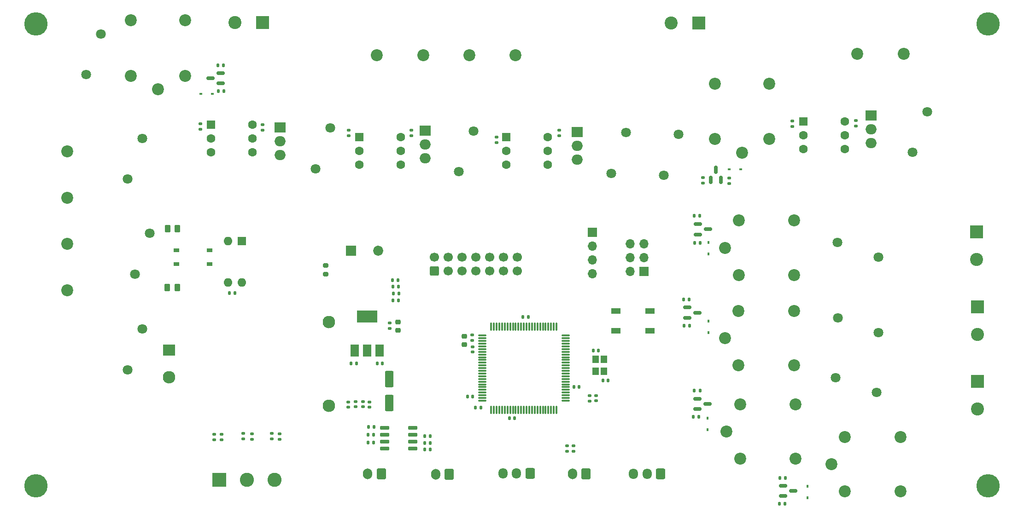
<source format=gbr>
%TF.GenerationSoftware,KiCad,Pcbnew,(6.0.2)*%
%TF.CreationDate,2022-03-02T09:10:54+03:00*%
%TF.ProjectId,Steel_form_Dish_washer PART 1,53746565-6c5f-4666-9f72-6d5f44697368,rev?*%
%TF.SameCoordinates,Original*%
%TF.FileFunction,Soldermask,Top*%
%TF.FilePolarity,Negative*%
%FSLAX46Y46*%
G04 Gerber Fmt 4.6, Leading zero omitted, Abs format (unit mm)*
G04 Created by KiCad (PCBNEW (6.0.2)) date 2022-03-02 09:10:54*
%MOMM*%
%LPD*%
G01*
G04 APERTURE LIST*
G04 Aperture macros list*
%AMRoundRect*
0 Rectangle with rounded corners*
0 $1 Rounding radius*
0 $2 $3 $4 $5 $6 $7 $8 $9 X,Y pos of 4 corners*
0 Add a 4 corners polygon primitive as box body*
4,1,4,$2,$3,$4,$5,$6,$7,$8,$9,$2,$3,0*
0 Add four circle primitives for the rounded corners*
1,1,$1+$1,$2,$3*
1,1,$1+$1,$4,$5*
1,1,$1+$1,$6,$7*
1,1,$1+$1,$8,$9*
0 Add four rect primitives between the rounded corners*
20,1,$1+$1,$2,$3,$4,$5,0*
20,1,$1+$1,$4,$5,$6,$7,0*
20,1,$1+$1,$6,$7,$8,$9,0*
20,1,$1+$1,$8,$9,$2,$3,0*%
G04 Aperture macros list end*
%ADD10RoundRect,0.135000X0.185000X-0.135000X0.185000X0.135000X-0.185000X0.135000X-0.185000X-0.135000X0*%
%ADD11R,2.400000X2.400000*%
%ADD12C,2.400000*%
%ADD13C,1.800000*%
%ADD14C,2.200000*%
%ADD15RoundRect,0.150000X-0.587500X-0.150000X0.587500X-0.150000X0.587500X0.150000X-0.587500X0.150000X0*%
%ADD16RoundRect,0.140000X-0.140000X-0.170000X0.140000X-0.170000X0.140000X0.170000X-0.140000X0.170000X0*%
%ADD17RoundRect,0.140000X0.170000X-0.140000X0.170000X0.140000X-0.170000X0.140000X-0.170000X-0.140000X0*%
%ADD18R,1.700000X1.700000*%
%ADD19O,1.700000X1.700000*%
%ADD20R,1.600000X1.600000*%
%ADD21C,1.600000*%
%ADD22RoundRect,0.135000X-0.185000X0.135000X-0.185000X-0.135000X0.185000X-0.135000X0.185000X0.135000X0*%
%ADD23RoundRect,0.250000X0.600000X-0.600000X0.600000X0.600000X-0.600000X0.600000X-0.600000X-0.600000X0*%
%ADD24C,1.700000*%
%ADD25R,2.000000X1.905000*%
%ADD26O,2.000000X1.905000*%
%ADD27RoundRect,0.135000X0.135000X0.185000X-0.135000X0.185000X-0.135000X-0.185000X0.135000X-0.185000X0*%
%ADD28RoundRect,0.250000X0.600000X0.750000X-0.600000X0.750000X-0.600000X-0.750000X0.600000X-0.750000X0*%
%ADD29O,1.700000X2.000000*%
%ADD30RoundRect,0.140000X-0.170000X0.140000X-0.170000X-0.140000X0.170000X-0.140000X0.170000X0.140000X0*%
%ADD31R,2.300000X2.000000*%
%ADD32C,2.300000*%
%ADD33RoundRect,0.135000X-0.135000X-0.185000X0.135000X-0.185000X0.135000X0.185000X-0.135000X0.185000X0*%
%ADD34O,1.600000X1.600000*%
%ADD35RoundRect,0.250000X0.550000X-1.250000X0.550000X1.250000X-0.550000X1.250000X-0.550000X-1.250000X0*%
%ADD36RoundRect,0.200000X0.275000X-0.200000X0.275000X0.200000X-0.275000X0.200000X-0.275000X-0.200000X0*%
%ADD37RoundRect,0.218750X0.256250X-0.218750X0.256250X0.218750X-0.256250X0.218750X-0.256250X-0.218750X0*%
%ADD38R,1.000000X0.800000*%
%ADD39RoundRect,0.140000X0.140000X0.170000X-0.140000X0.170000X-0.140000X-0.170000X0.140000X-0.170000X0*%
%ADD40RoundRect,0.250000X0.600000X0.725000X-0.600000X0.725000X-0.600000X-0.725000X0.600000X-0.725000X0*%
%ADD41O,1.700000X1.950000*%
%ADD42RoundRect,0.150000X0.587500X0.150000X-0.587500X0.150000X-0.587500X-0.150000X0.587500X-0.150000X0*%
%ADD43RoundRect,0.150000X0.725000X0.150000X-0.725000X0.150000X-0.725000X-0.150000X0.725000X-0.150000X0*%
%ADD44C,4.300000*%
%ADD45RoundRect,0.150000X0.150000X-0.587500X0.150000X0.587500X-0.150000X0.587500X-0.150000X-0.587500X0*%
%ADD46RoundRect,0.250000X-0.262500X-0.450000X0.262500X-0.450000X0.262500X0.450000X-0.262500X0.450000X0*%
%ADD47R,1.800000X1.100000*%
%ADD48R,0.450000X0.600000*%
%ADD49RoundRect,0.075000X0.075000X-0.662500X0.075000X0.662500X-0.075000X0.662500X-0.075000X-0.662500X0*%
%ADD50RoundRect,0.075000X0.662500X-0.075000X0.662500X0.075000X-0.662500X0.075000X-0.662500X-0.075000X0*%
%ADD51R,0.600000X0.450000*%
%ADD52R,1.500000X2.200000*%
%ADD53R,3.800000X2.200000*%
%ADD54R,1.850000X1.850000*%
%ADD55C,1.850000*%
%ADD56R,1.200000X1.400000*%
%ADD57R,2.600000X2.600000*%
%ADD58C,2.600000*%
G04 APERTURE END LIST*
D10*
%TO.C,R10*%
X229450000Y-132150000D03*
X229450000Y-131130000D03*
%TD*%
D11*
%TO.C,J9*%
X300550000Y-100965000D03*
D12*
X300550000Y-106045000D03*
%TD*%
D13*
%TO.C,RV10*%
X245750000Y-83050000D03*
X243050000Y-90550000D03*
%TD*%
D14*
%TO.C,K2*%
X256825000Y-125500000D03*
X256825000Y-115500000D03*
X267025000Y-125500000D03*
X254325000Y-120500000D03*
X267025000Y-115500000D03*
%TD*%
D15*
%TO.C,Q3*%
X249212500Y-131700000D03*
X249212500Y-133600000D03*
X251087500Y-132650000D03*
%TD*%
D16*
%TO.C,C12*%
X226570000Y-129550000D03*
X227530000Y-129550000D03*
%TD*%
D13*
%TO.C,RV5*%
X282550000Y-119550000D03*
X275050000Y-116850000D03*
%TD*%
D17*
%TO.C,C5*%
X187750000Y-133180000D03*
X187750000Y-132220000D03*
%TD*%
D18*
%TO.C,J7*%
X229955000Y-101040000D03*
D19*
X229955000Y-103580000D03*
X229955000Y-106120000D03*
X229955000Y-108660000D03*
%TD*%
D10*
%TO.C,R30*%
X167350000Y-139160000D03*
X167350000Y-138140000D03*
%TD*%
D11*
%TO.C,J16*%
X169300000Y-62450000D03*
D12*
X164220000Y-62450000D03*
%TD*%
D13*
%TO.C,RV2*%
X145850000Y-108750000D03*
X148550000Y-101250000D03*
%TD*%
D20*
%TO.C,U8*%
X268690000Y-80695000D03*
D21*
X268690000Y-83235000D03*
X268690000Y-85775000D03*
X276310000Y-85775000D03*
X276310000Y-83235000D03*
X276310000Y-80695000D03*
%TD*%
D22*
%TO.C,R32*%
X212350000Y-83550000D03*
X212350000Y-84570000D03*
%TD*%
D17*
%TO.C,C4*%
X186400000Y-133190000D03*
X186400000Y-132230000D03*
%TD*%
D14*
%TO.C,K6*%
X155100000Y-72250000D03*
X145100000Y-72250000D03*
X155100000Y-62050000D03*
X150100000Y-74750000D03*
X145100000Y-62050000D03*
%TD*%
D13*
%TO.C,RV7*%
X236100000Y-82700000D03*
X233400000Y-90200000D03*
%TD*%
D23*
%TO.C,J5*%
X200880000Y-108202500D03*
D24*
X200880000Y-105662500D03*
X203420000Y-108202500D03*
X203420000Y-105662500D03*
X205960000Y-108202500D03*
X205960000Y-105662500D03*
X208500000Y-108202500D03*
X208500000Y-105662500D03*
X211040000Y-108202500D03*
X211040000Y-105662500D03*
X213580000Y-108202500D03*
X213580000Y-105662500D03*
X216120000Y-108202500D03*
X216120000Y-105662500D03*
%TD*%
D25*
%TO.C,D13*%
X281150000Y-79560000D03*
D26*
X281150000Y-82100000D03*
X281150000Y-84640000D03*
%TD*%
D27*
%TO.C,R4*%
X200130000Y-139850000D03*
X199110000Y-139850000D03*
%TD*%
D28*
%TO.C,J3*%
X203650000Y-145567500D03*
D29*
X201150000Y-145567500D03*
%TD*%
D30*
%TO.C,C16*%
X207950000Y-122120000D03*
X207950000Y-123080000D03*
%TD*%
D31*
%TO.C,PS1*%
X152137500Y-122750000D03*
D32*
X152137500Y-127750000D03*
X181537500Y-117550000D03*
X181537500Y-132950000D03*
%TD*%
D33*
%TO.C,R15*%
X193250000Y-111050000D03*
X194270000Y-111050000D03*
%TD*%
%TO.C,R3*%
X188770000Y-136900000D03*
X189790000Y-136900000D03*
%TD*%
D11*
%TO.C,J10*%
X300700000Y-128500000D03*
D12*
X300700000Y-133580000D03*
%TD*%
D33*
%TO.C,R39*%
X264340000Y-151050000D03*
X265360000Y-151050000D03*
%TD*%
D10*
%TO.C,R34*%
X185150000Y-83260000D03*
X185150000Y-82240000D03*
%TD*%
%TO.C,R11*%
X207850000Y-120960000D03*
X207850000Y-119940000D03*
%TD*%
D22*
%TO.C,R28*%
X171050000Y-138090000D03*
X171050000Y-139110000D03*
%TD*%
D27*
%TO.C,R43*%
X162160000Y-70300000D03*
X161140000Y-70300000D03*
%TD*%
D28*
%TO.C,J4*%
X228800000Y-145517500D03*
D29*
X226300000Y-145517500D03*
%TD*%
D20*
%TO.C,U4*%
X165550000Y-102700000D03*
D34*
X163010000Y-102700000D03*
X163010000Y-110320000D03*
X165550000Y-110320000D03*
%TD*%
D10*
%TO.C,R40*%
X250300000Y-92020000D03*
X250300000Y-91000000D03*
%TD*%
D35*
%TO.C,C7*%
X192650000Y-132500000D03*
X192650000Y-128100000D03*
%TD*%
D14*
%TO.C,K5*%
X262500000Y-83875000D03*
X252500000Y-83875000D03*
X262500000Y-73675000D03*
X257500000Y-86375000D03*
X252500000Y-73675000D03*
%TD*%
D13*
%TO.C,RV6*%
X282170000Y-130500000D03*
X274670000Y-127800000D03*
%TD*%
D33*
%TO.C,R41*%
X161190000Y-75050000D03*
X162210000Y-75050000D03*
%TD*%
D17*
%TO.C,C3*%
X185050000Y-133230000D03*
X185050000Y-132270000D03*
%TD*%
D10*
%TO.C,R31*%
X172500000Y-139160000D03*
X172500000Y-138140000D03*
%TD*%
D13*
%TO.C,RV11*%
X139625000Y-64550000D03*
X136925000Y-72050000D03*
%TD*%
D25*
%TO.C,D7*%
X227165000Y-82605000D03*
D26*
X227165000Y-85145000D03*
X227165000Y-87685000D03*
%TD*%
D33*
%TO.C,R23*%
X248750000Y-103000000D03*
X249770000Y-103000000D03*
%TD*%
D15*
%TO.C,Q2*%
X247372500Y-114900000D03*
X247372500Y-116800000D03*
X249247500Y-115850000D03*
%TD*%
D36*
%TO.C,R18*%
X180900000Y-108800000D03*
X180900000Y-107150000D03*
%TD*%
D37*
%TO.C,D2*%
X206450000Y-121755000D03*
X206450000Y-120180000D03*
%TD*%
D13*
%TO.C,RV8*%
X181800000Y-81840000D03*
X179100000Y-89340000D03*
%TD*%
D38*
%TO.C,D3*%
X153475000Y-104380000D03*
X153475000Y-106920000D03*
X159625000Y-106920000D03*
X159625000Y-104380000D03*
%TD*%
D33*
%TO.C,R21*%
X246740000Y-113400000D03*
X247760000Y-113400000D03*
%TD*%
%TO.C,R38*%
X264440000Y-146300000D03*
X265460000Y-146300000D03*
%TD*%
D39*
%TO.C,C8*%
X232830000Y-128300000D03*
X231870000Y-128300000D03*
%TD*%
D14*
%TO.C,K1*%
X256850000Y-108900000D03*
X256850000Y-98900000D03*
X267050000Y-108900000D03*
X254350000Y-103900000D03*
X267050000Y-98900000D03*
%TD*%
D39*
%TO.C,C14*%
X218150000Y-116650000D03*
X217190000Y-116650000D03*
%TD*%
D27*
%TO.C,R22*%
X249720000Y-130200000D03*
X248700000Y-130200000D03*
%TD*%
D22*
%TO.C,R8*%
X225250000Y-140340000D03*
X225250000Y-141360000D03*
%TD*%
D15*
%TO.C,Q1*%
X249312500Y-99550000D03*
X249312500Y-101450000D03*
X251187500Y-100500000D03*
%TD*%
D22*
%TO.C,R35*%
X223850000Y-82260000D03*
X223850000Y-83280000D03*
%TD*%
D33*
%TO.C,R5*%
X199090000Y-141050000D03*
X200110000Y-141050000D03*
%TD*%
D13*
%TO.C,RV1*%
X147200000Y-83750000D03*
X144500000Y-91250000D03*
%TD*%
D16*
%TO.C,C9*%
X230090000Y-122800000D03*
X231050000Y-122800000D03*
%TD*%
D40*
%TO.C,J14*%
X218500000Y-145400000D03*
D41*
X216000000Y-145400000D03*
X213500000Y-145400000D03*
%TD*%
D14*
%TO.C,K4*%
X276350000Y-148700000D03*
X276350000Y-138700000D03*
X286550000Y-148700000D03*
X273850000Y-143700000D03*
X286550000Y-138700000D03*
%TD*%
D42*
%TO.C,Q6*%
X161627500Y-73650000D03*
X161627500Y-71750000D03*
X159752500Y-72700000D03*
%TD*%
D22*
%TO.C,R44*%
X266700000Y-80600000D03*
X266700000Y-81620000D03*
%TD*%
D30*
%TO.C,C11*%
X230600000Y-131130000D03*
X230600000Y-132090000D03*
%TD*%
D20*
%TO.C,U6*%
X159850000Y-81240000D03*
D21*
X159850000Y-83780000D03*
X159850000Y-86320000D03*
X167470000Y-86320000D03*
X167470000Y-83780000D03*
X167470000Y-81240000D03*
%TD*%
D14*
%TO.C,J17*%
X287150000Y-68200000D03*
X278650000Y-68200000D03*
%TD*%
D10*
%TO.C,R42*%
X255100000Y-92060000D03*
X255100000Y-91040000D03*
%TD*%
D25*
%TO.C,D8*%
X172555000Y-81800000D03*
D26*
X172555000Y-84340000D03*
X172555000Y-86880000D03*
%TD*%
D27*
%TO.C,R19*%
X164260000Y-112250000D03*
X163240000Y-112250000D03*
%TD*%
%TO.C,R6*%
X200180000Y-138550000D03*
X199160000Y-138550000D03*
%TD*%
D33*
%TO.C,R24*%
X246830000Y-118250000D03*
X247850000Y-118250000D03*
%TD*%
D39*
%TO.C,C1*%
X191330000Y-125150000D03*
X190370000Y-125150000D03*
%TD*%
D43*
%TO.C,U1*%
X196945000Y-140855000D03*
X196945000Y-139585000D03*
X196945000Y-138315000D03*
X196945000Y-137045000D03*
X191795000Y-137045000D03*
X191795000Y-138315000D03*
X191795000Y-139585000D03*
X191795000Y-140855000D03*
%TD*%
D44*
%TO.C,H3*%
X302700000Y-62750000D03*
%TD*%
D13*
%TO.C,RV12*%
X291500000Y-78850000D03*
X288800000Y-86350000D03*
%TD*%
D18*
%TO.C,J6*%
X239425000Y-108275000D03*
D19*
X236885000Y-108275000D03*
X239425000Y-105735000D03*
X236885000Y-105735000D03*
X239425000Y-103195000D03*
X236885000Y-103195000D03*
%TD*%
D33*
%TO.C,R12*%
X193340000Y-112300000D03*
X194360000Y-112300000D03*
%TD*%
%TO.C,R25*%
X248450000Y-135050000D03*
X249470000Y-135050000D03*
%TD*%
D45*
%TO.C,Q5*%
X251700000Y-91437500D03*
X253600000Y-91437500D03*
X252650000Y-89562500D03*
%TD*%
D46*
%TO.C,R17*%
X151875000Y-100350000D03*
X153700000Y-100350000D03*
%TD*%
D20*
%TO.C,U7*%
X187140000Y-83525000D03*
D21*
X187140000Y-86065000D03*
X187140000Y-88605000D03*
X194760000Y-88605000D03*
X194760000Y-86065000D03*
X194760000Y-83525000D03*
%TD*%
D47*
%TO.C,SW1*%
X234300000Y-115500000D03*
X234300000Y-119200000D03*
X240500000Y-119200000D03*
X240500000Y-115500000D03*
%TD*%
D14*
%TO.C,K3*%
X257125000Y-142700000D03*
X257125000Y-132700000D03*
X267325000Y-142700000D03*
X254625000Y-137700000D03*
X267325000Y-132700000D03*
%TD*%
D44*
%TO.C,H4*%
X127700000Y-147750000D03*
%TD*%
D39*
%TO.C,C15*%
X209430000Y-133300000D03*
X208470000Y-133300000D03*
%TD*%
%TO.C,C2*%
X186580000Y-125200000D03*
X185620000Y-125200000D03*
%TD*%
D33*
%TO.C,R13*%
X193320000Y-113600000D03*
X194340000Y-113600000D03*
%TD*%
D11*
%TO.C,J11*%
X300700000Y-114815000D03*
D12*
X300700000Y-119895000D03*
%TD*%
D33*
%TO.C,R1*%
X188700000Y-138350000D03*
X189720000Y-138350000D03*
%TD*%
D44*
%TO.C,H2*%
X302700000Y-147750000D03*
%TD*%
D48*
%TO.C,D10*%
X269450000Y-147800000D03*
X269450000Y-149900000D03*
%TD*%
D44*
%TO.C,H1*%
X127700000Y-62750000D03*
%TD*%
D46*
%TO.C,R16*%
X151825000Y-111250000D03*
X153650000Y-111250000D03*
%TD*%
D28*
%TO.C,J1*%
X191150000Y-145517500D03*
D29*
X188650000Y-145517500D03*
%TD*%
D10*
%TO.C,R45*%
X278350000Y-81500000D03*
X278350000Y-80480000D03*
%TD*%
D14*
%TO.C,J12*%
X215850000Y-68450000D03*
X207350000Y-68450000D03*
X198850000Y-68450000D03*
X190350000Y-68450000D03*
%TD*%
D49*
%TO.C,U3*%
X211350000Y-133712500D03*
X211850000Y-133712500D03*
X212350000Y-133712500D03*
X212850000Y-133712500D03*
X213350000Y-133712500D03*
X213850000Y-133712500D03*
X214350000Y-133712500D03*
X214850000Y-133712500D03*
X215350000Y-133712500D03*
X215850000Y-133712500D03*
X216350000Y-133712500D03*
X216850000Y-133712500D03*
X217350000Y-133712500D03*
X217850000Y-133712500D03*
X218350000Y-133712500D03*
X218850000Y-133712500D03*
X219350000Y-133712500D03*
X219850000Y-133712500D03*
X220350000Y-133712500D03*
X220850000Y-133712500D03*
X221350000Y-133712500D03*
X221850000Y-133712500D03*
X222350000Y-133712500D03*
X222850000Y-133712500D03*
X223350000Y-133712500D03*
D50*
X225012500Y-132050000D03*
X225012500Y-131550000D03*
X225012500Y-131050000D03*
X225012500Y-130550000D03*
X225012500Y-130050000D03*
X225012500Y-129550000D03*
X225012500Y-129050000D03*
X225012500Y-128550000D03*
X225012500Y-128050000D03*
X225012500Y-127550000D03*
X225012500Y-127050000D03*
X225012500Y-126550000D03*
X225012500Y-126050000D03*
X225012500Y-125550000D03*
X225012500Y-125050000D03*
X225012500Y-124550000D03*
X225012500Y-124050000D03*
X225012500Y-123550000D03*
X225012500Y-123050000D03*
X225012500Y-122550000D03*
X225012500Y-122050000D03*
X225012500Y-121550000D03*
X225012500Y-121050000D03*
X225012500Y-120550000D03*
X225012500Y-120050000D03*
D49*
X223350000Y-118387500D03*
X222850000Y-118387500D03*
X222350000Y-118387500D03*
X221850000Y-118387500D03*
X221350000Y-118387500D03*
X220850000Y-118387500D03*
X220350000Y-118387500D03*
X219850000Y-118387500D03*
X219350000Y-118387500D03*
X218850000Y-118387500D03*
X218350000Y-118387500D03*
X217850000Y-118387500D03*
X217350000Y-118387500D03*
X216850000Y-118387500D03*
X216350000Y-118387500D03*
X215850000Y-118387500D03*
X215350000Y-118387500D03*
X214850000Y-118387500D03*
X214350000Y-118387500D03*
X213850000Y-118387500D03*
X213350000Y-118387500D03*
X212850000Y-118387500D03*
X212350000Y-118387500D03*
X211850000Y-118387500D03*
X211350000Y-118387500D03*
D50*
X209687500Y-120050000D03*
X209687500Y-120550000D03*
X209687500Y-121050000D03*
X209687500Y-121550000D03*
X209687500Y-122050000D03*
X209687500Y-122550000D03*
X209687500Y-123050000D03*
X209687500Y-123550000D03*
X209687500Y-124050000D03*
X209687500Y-124550000D03*
X209687500Y-125050000D03*
X209687500Y-125550000D03*
X209687500Y-126050000D03*
X209687500Y-126550000D03*
X209687500Y-127050000D03*
X209687500Y-127550000D03*
X209687500Y-128050000D03*
X209687500Y-128550000D03*
X209687500Y-129050000D03*
X209687500Y-129550000D03*
X209687500Y-130050000D03*
X209687500Y-130550000D03*
X209687500Y-131050000D03*
X209687500Y-131550000D03*
X209687500Y-132050000D03*
%TD*%
D48*
%TO.C,D5*%
X251300000Y-119500000D03*
X251300000Y-117400000D03*
%TD*%
D22*
%TO.C,R27*%
X165800000Y-138040000D03*
X165800000Y-139060000D03*
%TD*%
D27*
%TO.C,R2*%
X189740000Y-139750000D03*
X188720000Y-139750000D03*
%TD*%
D40*
%TO.C,J13*%
X242500000Y-145517500D03*
D41*
X240000000Y-145517500D03*
X237500000Y-145517500D03*
%TD*%
D51*
%TO.C,D11*%
X257200000Y-89450000D03*
X255100000Y-89450000D03*
%TD*%
D10*
%TO.C,R9*%
X192700000Y-118760000D03*
X192700000Y-117740000D03*
%TD*%
D39*
%TO.C,C10*%
X207950000Y-131300000D03*
X206990000Y-131300000D03*
%TD*%
D37*
%TO.C,D1*%
X194250000Y-119125000D03*
X194250000Y-117550000D03*
%TD*%
D13*
%TO.C,RV4*%
X282520000Y-105650000D03*
X275020000Y-102950000D03*
%TD*%
D33*
%TO.C,R20*%
X248680000Y-98050000D03*
X249700000Y-98050000D03*
%TD*%
D22*
%TO.C,R26*%
X160400000Y-138190000D03*
X160400000Y-139210000D03*
%TD*%
D52*
%TO.C,U2*%
X186230000Y-122850000D03*
X188530000Y-122850000D03*
X190830000Y-122850000D03*
D53*
X188530000Y-116550000D03*
%TD*%
D54*
%TO.C,BZ1*%
X185550000Y-104450000D03*
D55*
X190550000Y-104450000D03*
%TD*%
D33*
%TO.C,R14*%
X193240000Y-109850000D03*
X194260000Y-109850000D03*
%TD*%
D13*
%TO.C,RV3*%
X147250000Y-118850000D03*
X144550000Y-126350000D03*
%TD*%
D22*
%TO.C,R33*%
X157900000Y-81040000D03*
X157900000Y-82060000D03*
%TD*%
D14*
%TO.C,J2*%
X133400000Y-86200000D03*
X133400000Y-94700000D03*
X133400000Y-103200000D03*
X133400000Y-111700000D03*
%TD*%
D39*
%TO.C,C13*%
X215680000Y-135300000D03*
X214720000Y-135300000D03*
%TD*%
D56*
%TO.C,Y1*%
X232100000Y-126650000D03*
X232100000Y-124450000D03*
X230500000Y-124450000D03*
X230500000Y-126650000D03*
%TD*%
D13*
%TO.C,RV9*%
X208100000Y-82410000D03*
X205400000Y-89910000D03*
%TD*%
D48*
%TO.C,D6*%
X251100000Y-137350000D03*
X251100000Y-135250000D03*
%TD*%
D20*
%TO.C,U5*%
X214150000Y-83570000D03*
D21*
X214150000Y-86110000D03*
X214150000Y-88650000D03*
X221770000Y-88650000D03*
X221770000Y-86110000D03*
X221770000Y-83570000D03*
%TD*%
D22*
%TO.C,R37*%
X196700000Y-82290000D03*
X196700000Y-83310000D03*
%TD*%
D51*
%TO.C,D12*%
X158000000Y-75550000D03*
X160100000Y-75550000D03*
%TD*%
D10*
%TO.C,R36*%
X169350000Y-82240000D03*
X169350000Y-81220000D03*
%TD*%
D22*
%TO.C,R7*%
X226450000Y-140340000D03*
X226450000Y-141360000D03*
%TD*%
D48*
%TO.C,D4*%
X251300000Y-105050000D03*
X251300000Y-102950000D03*
%TD*%
D25*
%TO.C,D9*%
X199200000Y-82310000D03*
D26*
X199200000Y-84850000D03*
X199200000Y-87390000D03*
%TD*%
D10*
%TO.C,R29*%
X161750000Y-139210000D03*
X161750000Y-138190000D03*
%TD*%
D11*
%TO.C,J15*%
X249535000Y-62550000D03*
D12*
X244455000Y-62550000D03*
%TD*%
D15*
%TO.C,Q4*%
X264960000Y-147710000D03*
X264960000Y-149610000D03*
X266835000Y-148660000D03*
%TD*%
D17*
%TO.C,C6*%
X189000000Y-133230000D03*
X189000000Y-132270000D03*
%TD*%
D57*
%TO.C,J8*%
X161400000Y-146650000D03*
D58*
X166480000Y-146650000D03*
X171560000Y-146650000D03*
%TD*%
M02*

</source>
